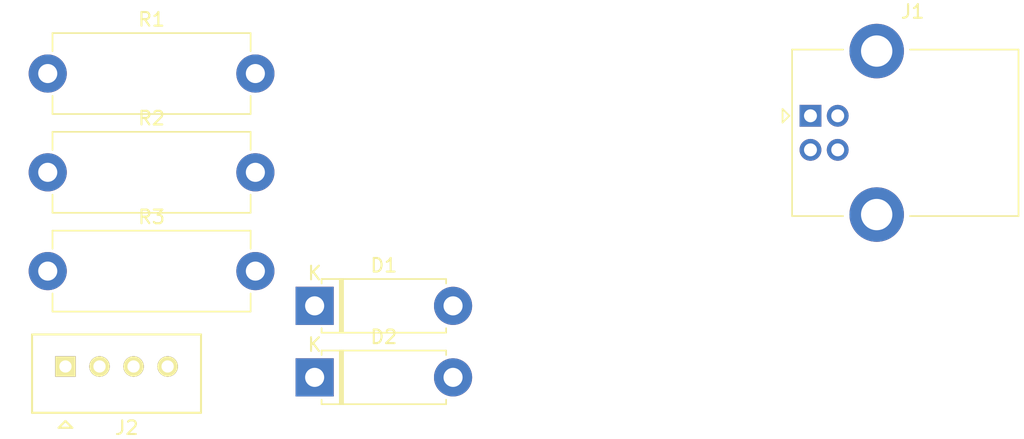
<source format=kicad_pcb>
(kicad_pcb (version 20230517) (generator pcbnew)
  (layers (0 "F.Cu" signal) (31 "B.Cu" signal) (34 "B.Paste" user) (35 "F.Paste" user) (36 "B.SilkS" user "B.Silkscreen") (37 "F.SilkS" user "F.Silkscreen") (38 "B.Mask" user) (39 "F.Mask" user) (44 "Edge.Cuts" user))
  (net 0 "")
  (net 1 "Net-(D1-K)")
  (net 2 "GND")
  (net 3 "Net-(D2-K)")
  (net 4 "VBUS")
  (net 5 "Net-(J2-Pin_2)")
  (net 6 "Net-(J2-Pin_3)")
  (footprint "Resistor_THT:R_Axial_DIN0614_L14.3mm_D5.7mm_P15.24mm_Horizontal" (layer "F.Cu") (at 38.83 48.25)
    (fp_text reference "R3" (at 7.62 -3.97) (layer "F.SilkS"))
    (fp_text value "58")
    (fp_line (start 0.35 -2.97) (end 14.89 -2.97) (stroke (width 0.12)) (layer "F.SilkS"))
    (fp_line (start 0.35 -1.64) (end 0.35 -2.97) (stroke (width 0.12)) (layer "F.SilkS"))
    (fp_line (start 0.35 1.64) (end 0.35 2.97) (stroke (width 0.12)) (layer "F.SilkS"))
    (fp_line (start 0.35 2.97) (end 14.89 2.97) (stroke (width 0.12)) (layer "F.SilkS"))
    (fp_line (start 14.89 -2.97) (end 14.89 -1.64) (stroke (width 0.12)) (layer "F.SilkS"))
    (fp_line (start 14.89 2.97) (end 14.89 1.64) (stroke (width 0.12)) (layer "F.SilkS"))
    (pad "1" thru_hole circle (at 0 0) (size 2.8 2.8) (drill 1.4) (layers "*.Cu" "*.Mask") (net 1 "Net-(D1-K)"))
    (pad "2" thru_hole oval (at 15.24 0) (size 2.8 2.8) (drill 1.4) (layers "*.Cu" "*.Mask") (net 6 "Net-(J2-Pin_3)"))
  )
  (footprint "kicad-jst-xh-master:JST_B4B-XH-A" (layer "F.Cu") (at 40.13 55.25)
    (fp_text reference "J2" (at 4.5 4.5) (layer "F.SilkS"))
    (fp_text value "Screw_Terminal_01x04")
    (fp_line (start -2.45 -2.35) (end -2.45 3.4) (stroke (width 0.15)) (layer "F.SilkS"))
    (fp_line (start -2.45 -2.35) (end 9.95 -2.35) (stroke (width 0.15)) (layer "F.SilkS"))
    (fp_line (start -2.45 3.4) (end 9.95 3.4) (stroke (width 0.15)) (layer "F.SilkS"))
    (fp_line (start -0.5 4.5) (end 0.5 4.5) (stroke (width 0.15)) (layer "F.SilkS"))
    (fp_line (start 0 4) (end -0.5 4.5) (stroke (width 0.15)) (layer "F.SilkS"))
    (fp_line (start 0 4) (end 0.5 4.5) (stroke (width 0.15)) (layer "F.SilkS"))
    (fp_line (start 9.95 -2.35) (end 9.95 3.4) (stroke (width 0.15)) (layer "F.SilkS"))
    (pad "1" thru_hole rect (at 0 0) (size 1.5 1.5) (drill 0.9) (layers "*.Cu" "*.Mask" "F.SilkS") (net 4 "VBUS"))
    (pad "2" thru_hole circle (at 2.5 0) (size 1.5 1.5) (drill 0.9) (layers "*.Cu" "*.Mask" "F.SilkS") (net 5 "Net-(J2-Pin_2)"))
    (pad "3" thru_hole circle (at 5 0) (size 1.5 1.5) (drill 0.9) (layers "*.Cu" "*.Mask" "F.SilkS") (net 6 "Net-(J2-Pin_3)"))
    (pad "4" thru_hole circle (at 7.5 0) (size 1.5 1.5) (drill 0.9) (layers "*.Cu" "*.Mask" "F.SilkS") (net 2 "GND"))
  )
  (footprint "Resistor_THT:R_Axial_DIN0614_L14.3mm_D5.7mm_P15.24mm_Horizontal" (layer "F.Cu") (at 38.83 33.75)
    (fp_text reference "R1" (at 7.62 -3.97) (layer "F.SilkS"))
    (fp_text value "1.5k")
    (fp_line (start 0.35 -2.97) (end 14.89 -2.97) (stroke (width 0.12)) (layer "F.SilkS"))
    (fp_line (start 0.35 -1.64) (end 0.35 -2.97) (stroke (width 0.12)) (layer "F.SilkS"))
    (fp_line (start 0.35 1.64) (end 0.35 2.97) (stroke (width 0.12)) (layer "F.SilkS"))
    (fp_line (start 0.35 2.97) (end 14.89 2.97) (stroke (width 0.12)) (layer "F.SilkS"))
    (fp_line (start 14.89 -2.97) (end 14.89 -1.64) (stroke (width 0.12)) (layer "F.SilkS"))
    (fp_line (start 14.89 2.97) (end 14.89 1.64) (stroke (width 0.12)) (layer "F.SilkS"))
    (pad "1" thru_hole circle (at 0 0) (size 2.8 2.8) (drill 1.4) (layers "*.Cu" "*.Mask") (net 1 "Net-(D1-K)"))
    (pad "2" thru_hole oval (at 15.24 0) (size 2.8 2.8) (drill 1.4) (layers "*.Cu" "*.Mask") (net 4 "VBUS"))
  )
  (footprint "Diode_THT:D_5W_P10.16mm_Horizontal" (layer "F.Cu") (at 58.42 56.05)
    (fp_text reference "D2" (at 5.08 -2.97) (layer "F.SilkS"))
    (fp_text value "D_Zener")
    (fp_line (start 0.51 -1.97) (end 9.65 -1.97) (stroke (width 0.12)) (layer "F.SilkS"))
    (fp_line (start 0.51 -1.64) (end 0.51 -1.97) (stroke (width 0.12)) (layer "F.SilkS"))
    (fp_line (start 0.51 1.64) (end 0.51 1.97) (stroke (width 0.12)) (layer "F.SilkS"))
    (fp_line (start 0.51 1.97) (end 9.65 1.97) (stroke (width 0.12)) (layer "F.SilkS"))
    (fp_line (start 1.845 -1.97) (end 1.845 1.97) (stroke (width 0.12)) (layer "F.SilkS"))
    (fp_line (start 1.965 -1.97) (end 1.965 1.97) (stroke (width 0.12)) (layer "F.SilkS"))
    (fp_line (start 2.085 -1.97) (end 2.085 1.97) (stroke (width 0.12)) (layer "F.SilkS"))
    (fp_line (start 9.65 -1.97) (end 9.65 -1.64) (stroke (width 0.12)) (layer "F.SilkS"))
    (fp_line (start 9.65 1.97) (end 9.65 1.64) (stroke (width 0.12)) (layer "F.SilkS"))
    (fp_text user "K" (at 0 -2.4) (layer "F.SilkS"))
    (pad "1" thru_hole rect (at 0 0) (size 2.8 2.8) (drill 1.4) (layers "*.Cu" "*.Mask") (net 3 "Net-(D2-K)"))
    (pad "2" thru_hole oval (at 10.16 0) (size 2.8 2.8) (drill 1.4) (layers "*.Cu" "*.Mask") (net 2 "GND"))
  )
  (footprint "Connector_USB:USB_B_Lumberg_2411_02_Horizontal" (layer "F.Cu") (at 94.8125 36.85)
    (fp_text reference "J1" (at 7.5 -7.65) (layer "F.SilkS"))
    (fp_text value "USB_B")
    (fp_line (start -2.05 -0.5) (end -2.05 0.5) (stroke (width 0.12)) (layer "F.SilkS"))
    (fp_line (start -2.05 0.5) (end -1.55 0) (stroke (width 0.12)) (layer "F.SilkS"))
    (fp_line (start -1.55 0) (end -2.05 -0.5) (stroke (width 0.12)) (layer "F.SilkS"))
    (fp_line (start -1.35 -4.86) (end 2.4 -4.86) (stroke (width 0.12)) (layer "F.SilkS"))
    (fp_line (start -1.35 7.36) (end -1.35 -4.86) (stroke (width 0.12)) (layer "F.SilkS"))
    (fp_line (start -1.35 7.36) (end 2.4 7.36) (stroke (width 0.12)) (layer "F.SilkS"))
    (fp_line (start 15.27 -4.86) (end 7.3 -4.86) (stroke (width 0.12)) (layer "F.SilkS"))
    (fp_line (start 15.27 7.36) (end 7.3 7.36) (stroke (width 0.12)) (layer "F.SilkS"))
    (fp_line (start 15.27 7.36) (end 15.27 -4.86) (stroke (width 0.12)) (layer "F.SilkS"))
    (pad "1" thru_hole rect (at 0 0 90) (size 1.6 1.6) (drill 0.95) (layers "*.Cu" "*.Mask") (net 4 "VBUS"))
    (pad "2" thru_hole circle (at 0 2.5 90) (size 1.6 1.6) (drill 0.95) (layers "*.Cu" "*.Mask") (net 1 "Net-(D1-K)"))
    (pad "3" thru_hole circle (at 2 2.5 90) (size 1.6 1.6) (drill 0.95) (layers "*.Cu" "*.Mask") (net 3 "Net-(D2-K)"))
    (pad "4" thru_hole circle (at 2 0 90) (size 1.6 1.6) (drill 0.95) (layers "*.Cu" "*.Mask") (net 2 "GND"))
    (pad "5" thru_hole circle (at 4.86 -4.75 90) (size 4 4) (drill 2.3) (layers "*.Cu" "*.Mask") (net 2 "GND"))
    (pad "5" thru_hole circle (at 4.86 7.25 90) (size 4 4) (drill 2.3) (layers "*.Cu" "*.Mask") (net 2 "GND"))
  )
  (footprint "Diode_THT:D_5W_P10.16mm_Horizontal" (layer "F.Cu") (at 58.42 50.8)
    (fp_text reference "D1" (at 5.08 -2.97) (layer "F.SilkS"))
    (fp_text value "D_Zener")
    (fp_line (start 0.51 -1.97) (end 9.65 -1.97) (stroke (width 0.12)) (layer "F.SilkS"))
    (fp_line (start 0.51 -1.64) (end 0.51 -1.97) (stroke (width 0.12)) (layer "F.SilkS"))
    (fp_line (start 0.51 1.64) (end 0.51 1.97) (stroke (width 0.12)) (layer "F.SilkS"))
    (fp_line (start 0.51 1.97) (end 9.65 1.97) (stroke (width 0.12)) (layer "F.SilkS"))
    (fp_line (start 1.845 -1.97) (end 1.845 1.97) (stroke (width 0.12)) (layer "F.SilkS"))
    (fp_line (start 1.965 -1.97) (end 1.965 1.97) (stroke (width 0.12)) (layer "F.SilkS"))
    (fp_line (start 2.085 -1.97) (end 2.085 1.97) (stroke (width 0.12)) (layer "F.SilkS"))
    (fp_line (start 9.65 -1.97) (end 9.65 -1.64) (stroke (width 0.12)) (layer "F.SilkS"))
    (fp_line (start 9.65 1.97) (end 9.65 1.64) (stroke (width 0.12)) (layer "F.SilkS"))
    (fp_text user "K" (at 0 -2.4) (layer "F.SilkS"))
    (pad "1" thru_hole rect (at 0 0) (size 2.8 2.8) (drill 1.4) (layers "*.Cu" "*.Mask") (net 1 "Net-(D1-K)"))
    (pad "2" thru_hole oval (at 10.16 0) (size 2.8 2.8) (drill 1.4) (layers "*.Cu" "*.Mask") (net 2 "GND"))
  )
  (footprint "Resistor_THT:R_Axial_DIN0614_L14.3mm_D5.7mm_P15.24mm_Horizontal" (layer "F.Cu") (at 38.83 41)
    (fp_text reference "R2" (at 7.62 -3.97) (layer "F.SilkS"))
    (fp_text value "58")
    (fp_line (start 0.35 -2.97) (end 14.89 -2.97) (stroke (width 0.12)) (layer "F.SilkS"))
    (fp_line (start 0.35 -1.64) (end 0.35 -2.97) (stroke (width 0.12)) (layer "F.SilkS"))
    (fp_line (start 0.35 1.64) (end 0.35 2.97) (stroke (width 0.12)) (layer "F.SilkS"))
    (fp_line (start 0.35 2.97) (end 14.89 2.97) (stroke (width 0.12)) (layer "F.SilkS"))
    (fp_line (start 14.89 -2.97) (end 14.89 -1.64) (stroke (width 0.12)) (layer "F.SilkS"))
    (fp_line (start 14.89 2.97) (end 14.89 1.64) (stroke (width 0.12)) (layer "F.SilkS"))
    (pad "1" thru_hole circle (at 0 0) (size 2.8 2.8) (drill 1.4) (layers "*.Cu" "*.Mask") (net 3 "Net-(D2-K)"))
    (pad "2" thru_hole oval (at 15.24 0) (size 2.8 2.8) (drill 1.4) (layers "*.Cu" "*.Mask") (net 5 "Net-(J2-Pin_2)"))
  )
)
</source>
